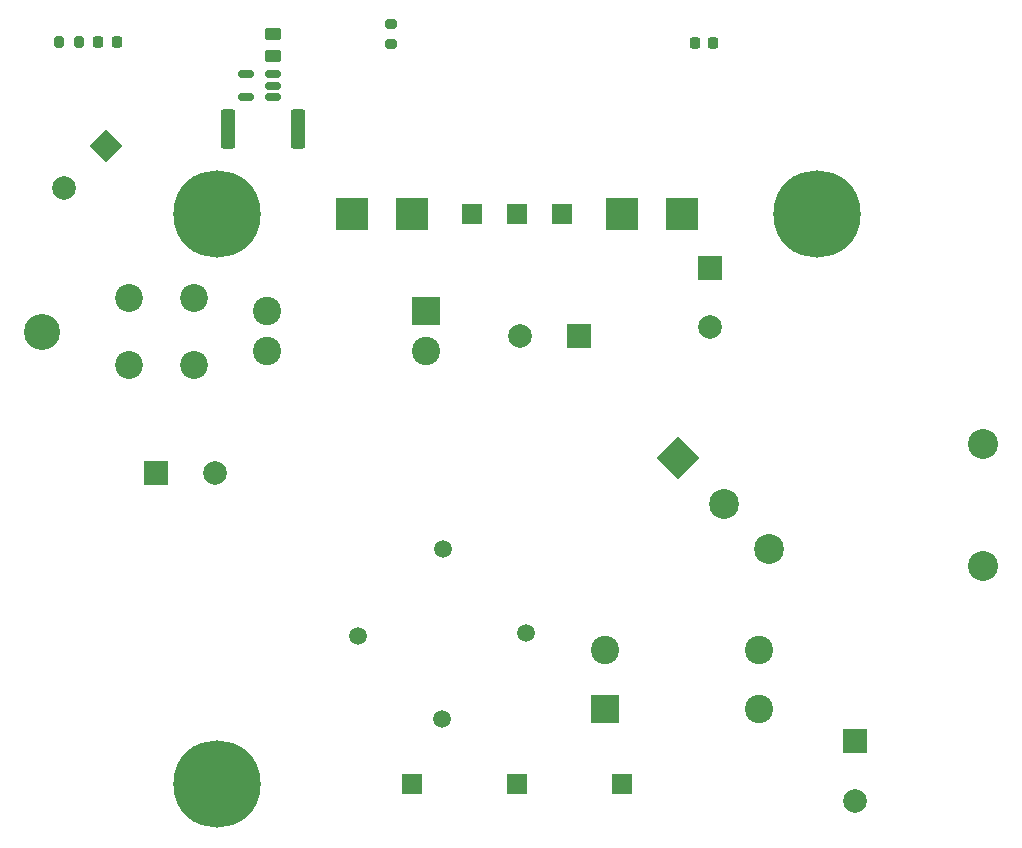
<source format=gbr>
%TF.GenerationSoftware,KiCad,Pcbnew,9.0.0*%
%TF.CreationDate,2025-05-02T12:02:38+02:00*%
%TF.ProjectId,TDK_DCDC_pcb,54444b5f-4443-4444-935f-7063622e6b69,rev?*%
%TF.SameCoordinates,Original*%
%TF.FileFunction,Soldermask,Bot*%
%TF.FilePolarity,Negative*%
%FSLAX46Y46*%
G04 Gerber Fmt 4.6, Leading zero omitted, Abs format (unit mm)*
G04 Created by KiCad (PCBNEW 9.0.0) date 2025-05-02 12:02:38*
%MOMM*%
%LPD*%
G01*
G04 APERTURE LIST*
G04 Aperture macros list*
%AMRoundRect*
0 Rectangle with rounded corners*
0 $1 Rounding radius*
0 $2 $3 $4 $5 $6 $7 $8 $9 X,Y pos of 4 corners*
0 Add a 4 corners polygon primitive as box body*
4,1,4,$2,$3,$4,$5,$6,$7,$8,$9,$2,$3,0*
0 Add four circle primitives for the rounded corners*
1,1,$1+$1,$2,$3*
1,1,$1+$1,$4,$5*
1,1,$1+$1,$6,$7*
1,1,$1+$1,$8,$9*
0 Add four rect primitives between the rounded corners*
20,1,$1+$1,$2,$3,$4,$5,0*
20,1,$1+$1,$4,$5,$6,$7,0*
20,1,$1+$1,$6,$7,$8,$9,0*
20,1,$1+$1,$8,$9,$2,$3,0*%
%AMRotRect*
0 Rectangle, with rotation*
0 The origin of the aperture is its center*
0 $1 length*
0 $2 width*
0 $3 Rotation angle, in degrees counterclockwise*
0 Add horizontal line*
21,1,$1,$2,0,0,$3*%
G04 Aperture macros list end*
%ADD10C,1.500000*%
%ADD11R,2.400000X2.400000*%
%ADD12C,2.400000*%
%ADD13RotRect,2.000000X2.000000X225.000000*%
%ADD14C,2.000000*%
%ADD15RotRect,2.535000X2.535000X315.000000*%
%ADD16C,2.535000*%
%ADD17R,2.000000X2.000000*%
%ADD18C,2.540000*%
%ADD19C,3.048000*%
%ADD20C,2.362200*%
%ADD21RoundRect,0.200000X0.200000X0.275000X-0.200000X0.275000X-0.200000X-0.275000X0.200000X-0.275000X0*%
%ADD22RoundRect,0.218750X-0.218750X-0.256250X0.218750X-0.256250X0.218750X0.256250X-0.218750X0.256250X0*%
%ADD23RoundRect,0.250000X0.450000X-0.262500X0.450000X0.262500X-0.450000X0.262500X-0.450000X-0.262500X0*%
%ADD24RoundRect,0.200000X-0.275000X0.200000X-0.275000X-0.200000X0.275000X-0.200000X0.275000X0.200000X0*%
%ADD25C,7.400000*%
%ADD26R,1.752600X1.752600*%
%ADD27R,2.768600X2.768600*%
%ADD28RoundRect,0.150000X0.512500X0.150000X-0.512500X0.150000X-0.512500X-0.150000X0.512500X-0.150000X0*%
%ADD29RoundRect,0.250000X0.362500X1.425000X-0.362500X1.425000X-0.362500X-1.425000X0.362500X-1.425000X0*%
G04 APERTURE END LIST*
D10*
%TO.C,C3*%
X130766058Y-113762876D03*
X137837126Y-120833944D03*
%TD*%
D11*
%TO.C,C1*%
X151679369Y-120000968D03*
D12*
X151679369Y-115000968D03*
%TD*%
D13*
%TO.C,C10*%
X109411454Y-72292233D03*
D14*
X105875920Y-75827767D03*
%TD*%
D12*
%TO.C,C6*%
X164679369Y-120000968D03*
X164679369Y-115000968D03*
%TD*%
D10*
%TO.C,C2*%
X145000000Y-113500000D03*
X137928932Y-106428932D03*
%TD*%
D15*
%TO.C,Q1*%
X157848278Y-98758400D03*
D16*
X161694939Y-102605061D03*
X165541600Y-106451722D03*
%TD*%
D17*
%TO.C,C9*%
X149410000Y-88430000D03*
D14*
X144410000Y-88430000D03*
%TD*%
D18*
%TO.C,HV_in1*%
X183634999Y-97560000D03*
X183634999Y-107860000D03*
%TD*%
D17*
%TO.C,C11*%
X113632323Y-100000000D03*
D14*
X118632323Y-100000000D03*
%TD*%
D17*
%TO.C,C8*%
X160520000Y-82612324D03*
D14*
X160520000Y-87612324D03*
%TD*%
D17*
%TO.C,D1*%
X172805000Y-122710000D03*
D14*
X172805000Y-127789999D03*
%TD*%
D12*
%TO.C,F2*%
X136460000Y-89675000D03*
D11*
X136460000Y-86275000D03*
D12*
X122990000Y-89675000D03*
X122990000Y-86275000D03*
%TD*%
D19*
%TO.C,LV_out1*%
X104010000Y-88030000D03*
D20*
X111310001Y-90880002D03*
X111310001Y-85179999D03*
X116810001Y-90880002D03*
X116810000Y-85179998D03*
%TD*%
D21*
%TO.C,R8*%
X107075000Y-63500000D03*
X105425000Y-63500000D03*
%TD*%
D22*
%TO.C,D2*%
X159242499Y-63590000D03*
X160817501Y-63590000D03*
%TD*%
D23*
%TO.C,R2*%
X123500000Y-64662500D03*
X123500000Y-62837500D03*
%TD*%
D24*
%TO.C,R4*%
X133500000Y-62000000D03*
X133500000Y-63650000D03*
%TD*%
D25*
%TO.C,U1*%
X118790000Y-126330000D03*
X118790000Y-78029995D03*
X169590000Y-78029995D03*
D26*
X135300000Y-126330000D03*
X144190000Y-126330000D03*
X153080000Y-126330000D03*
D27*
X130220000Y-78030000D03*
X135300000Y-78030000D03*
D26*
X140380000Y-78030000D03*
X144190000Y-78030000D03*
X148000000Y-78030000D03*
D27*
X153080000Y-78030000D03*
X158160000Y-78030000D03*
%TD*%
D28*
%TO.C,U3*%
X123537500Y-66234178D03*
X123537500Y-67184177D03*
X123537500Y-68134176D03*
X121262500Y-68134176D03*
X121262500Y-66234178D03*
%TD*%
D29*
%TO.C,Rshunt1*%
X125662500Y-70884177D03*
X119737500Y-70884177D03*
%TD*%
D22*
%TO.C,D5*%
X108724998Y-63500000D03*
X110300000Y-63500000D03*
%TD*%
M02*

</source>
